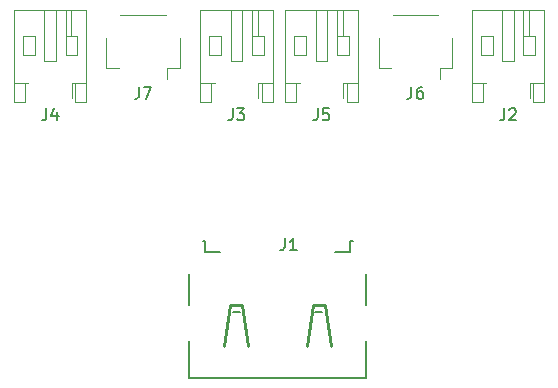
<source format=gbr>
%TF.GenerationSoftware,KiCad,Pcbnew,(6.0.5)*%
%TF.CreationDate,2022-06-06T16:52:35-06:00*%
%TF.ProjectId,15Pin_Fanout,31355069-6e5f-4466-916e-6f75742e6b69,rev?*%
%TF.SameCoordinates,Original*%
%TF.FileFunction,Legend,Top*%
%TF.FilePolarity,Positive*%
%FSLAX46Y46*%
G04 Gerber Fmt 4.6, Leading zero omitted, Abs format (unit mm)*
G04 Created by KiCad (PCBNEW (6.0.5)) date 2022-06-06 16:52:35*
%MOMM*%
%LPD*%
G01*
G04 APERTURE LIST*
%ADD10C,0.150000*%
%ADD11C,0.120000*%
%ADD12C,0.200000*%
%ADD13C,0.254000*%
G04 APERTURE END LIST*
D10*
%TO.C,J3*%
X-3807333Y14747619D02*
X-3807333Y14033333D01*
X-3854952Y13890476D01*
X-3950190Y13795238D01*
X-4093047Y13747619D01*
X-4188285Y13747619D01*
X-3426380Y14747619D02*
X-2807333Y14747619D01*
X-3140666Y14366666D01*
X-2997809Y14366666D01*
X-2902571Y14319047D01*
X-2854952Y14271428D01*
X-2807333Y14176190D01*
X-2807333Y13938095D01*
X-2854952Y13842857D01*
X-2902571Y13795238D01*
X-2997809Y13747619D01*
X-3283523Y13747619D01*
X-3378761Y13795238D01*
X-3426380Y13842857D01*
%TO.C,J5*%
X3392666Y14747619D02*
X3392666Y14033333D01*
X3345047Y13890476D01*
X3249809Y13795238D01*
X3106952Y13747619D01*
X3011714Y13747619D01*
X4345047Y14747619D02*
X3868857Y14747619D01*
X3821238Y14271428D01*
X3868857Y14319047D01*
X3964095Y14366666D01*
X4202190Y14366666D01*
X4297428Y14319047D01*
X4345047Y14271428D01*
X4392666Y14176190D01*
X4392666Y13938095D01*
X4345047Y13842857D01*
X4297428Y13795238D01*
X4202190Y13747619D01*
X3964095Y13747619D01*
X3868857Y13795238D01*
X3821238Y13842857D01*
%TO.C,J6*%
X11342666Y16567619D02*
X11342666Y15853333D01*
X11295047Y15710476D01*
X11199809Y15615238D01*
X11056952Y15567619D01*
X10961714Y15567619D01*
X12247428Y16567619D02*
X12056952Y16567619D01*
X11961714Y16520000D01*
X11914095Y16472380D01*
X11818857Y16329523D01*
X11771238Y16139047D01*
X11771238Y15758095D01*
X11818857Y15662857D01*
X11866476Y15615238D01*
X11961714Y15567619D01*
X12152190Y15567619D01*
X12247428Y15615238D01*
X12295047Y15662857D01*
X12342666Y15758095D01*
X12342666Y15996190D01*
X12295047Y16091428D01*
X12247428Y16139047D01*
X12152190Y16186666D01*
X11961714Y16186666D01*
X11866476Y16139047D01*
X11818857Y16091428D01*
X11771238Y15996190D01*
%TO.C,J4*%
X-19583333Y14747619D02*
X-19583333Y14033333D01*
X-19630952Y13890476D01*
X-19726190Y13795238D01*
X-19869047Y13747619D01*
X-19964285Y13747619D01*
X-18678571Y14414285D02*
X-18678571Y13747619D01*
X-18916666Y14795238D02*
X-19154761Y14080952D01*
X-18535714Y14080952D01*
%TO.C,J7*%
X-11717333Y16567619D02*
X-11717333Y15853333D01*
X-11764952Y15710476D01*
X-11860190Y15615238D01*
X-12003047Y15567619D01*
X-12098285Y15567619D01*
X-11336380Y16567619D02*
X-10669714Y16567619D01*
X-11098285Y15567619D01*
%TO.C,J2*%
X19192666Y14747619D02*
X19192666Y14033333D01*
X19145047Y13890476D01*
X19049809Y13795238D01*
X18906952Y13747619D01*
X18811714Y13747619D01*
X19621238Y14652380D02*
X19668857Y14700000D01*
X19764095Y14747619D01*
X20002190Y14747619D01*
X20097428Y14700000D01*
X20145047Y14652380D01*
X20192666Y14557142D01*
X20192666Y14461904D01*
X20145047Y14319047D01*
X19573619Y13747619D01*
X20192666Y13747619D01*
%TO.C,J1*%
X621309Y3754619D02*
X621309Y3040333D01*
X573690Y2897476D01*
X478452Y2802238D01*
X335595Y2754619D01*
X240357Y2754619D01*
X1621309Y2754619D02*
X1049880Y2754619D01*
X1335595Y2754619D02*
X1335595Y3754619D01*
X1240357Y3611761D01*
X1145119Y3516523D01*
X1049880Y3468904D01*
D11*
%TO.C,J3*%
X-1334000Y15290000D02*
X-414000Y15290000D01*
X-2174000Y19250000D02*
X-1174000Y19250000D01*
X-6534000Y23110000D02*
X-6534000Y15290000D01*
X-1614000Y16890000D02*
X-1334000Y16890000D01*
X-4774000Y19250000D02*
X-5774000Y19250000D01*
X-1614000Y16890000D02*
X-1614000Y15675000D01*
X-3974000Y18750000D02*
X-3974000Y23110000D01*
X-5774000Y20850000D02*
X-4774000Y20850000D01*
X-2974000Y18750000D02*
X-3974000Y18750000D01*
X-2174000Y20850000D02*
X-2174000Y19250000D01*
X-4774000Y20850000D02*
X-4774000Y19250000D01*
X-1174000Y19250000D02*
X-1174000Y20850000D01*
X-1334000Y16890000D02*
X-1334000Y15290000D01*
X-414000Y16890000D02*
X-1334000Y16890000D01*
X-5614000Y15290000D02*
X-5614000Y16890000D01*
X-5774000Y19250000D02*
X-5774000Y20850000D01*
X-5614000Y16890000D02*
X-5334000Y16890000D01*
X-1174000Y20850000D02*
X-2174000Y20850000D01*
X-6534000Y16890000D02*
X-5614000Y16890000D01*
X-1674000Y20850000D02*
X-1674000Y23110000D01*
X-414000Y23110000D02*
X-6534000Y23110000D01*
X-2174000Y20850000D02*
X-2174000Y23110000D01*
X-414000Y15290000D02*
X-414000Y23110000D01*
X-2974000Y23110000D02*
X-2974000Y18750000D01*
X-6534000Y15290000D02*
X-5614000Y15290000D01*
%TO.C,J5*%
X666000Y23110000D02*
X666000Y15290000D01*
X1426000Y19250000D02*
X1426000Y20850000D01*
X5866000Y16890000D02*
X5866000Y15290000D01*
X4226000Y23110000D02*
X4226000Y18750000D01*
X6786000Y23110000D02*
X666000Y23110000D01*
X2426000Y19250000D02*
X1426000Y19250000D01*
X6026000Y19250000D02*
X6026000Y20850000D01*
X666000Y16890000D02*
X1586000Y16890000D01*
X1426000Y20850000D02*
X2426000Y20850000D01*
X5026000Y19250000D02*
X6026000Y19250000D01*
X5586000Y16890000D02*
X5586000Y15675000D01*
X5526000Y20850000D02*
X5526000Y23110000D01*
X5026000Y20850000D02*
X5026000Y23110000D01*
X5586000Y16890000D02*
X5866000Y16890000D01*
X4226000Y18750000D02*
X3226000Y18750000D01*
X6026000Y20850000D02*
X5026000Y20850000D01*
X6786000Y15290000D02*
X6786000Y23110000D01*
X1586000Y16890000D02*
X1866000Y16890000D01*
X1586000Y15290000D02*
X1586000Y16890000D01*
X5026000Y20850000D02*
X5026000Y19250000D01*
X6786000Y16890000D02*
X5866000Y16890000D01*
X666000Y15290000D02*
X1586000Y15290000D01*
X2426000Y20850000D02*
X2426000Y19250000D01*
X5866000Y15290000D02*
X6786000Y15290000D01*
X3226000Y18750000D02*
X3226000Y23110000D01*
%TO.C,J6*%
X13736000Y18215000D02*
X13736000Y17225000D01*
X14786000Y20715000D02*
X14786000Y18215000D01*
X14786000Y18215000D02*
X13736000Y18215000D01*
X13616000Y22685000D02*
X9736000Y22685000D01*
X8566000Y18215000D02*
X9616000Y18215000D01*
X8566000Y20715000D02*
X8566000Y18215000D01*
%TO.C,J4*%
X-16190000Y16890000D02*
X-17110000Y16890000D01*
X-17390000Y16890000D02*
X-17110000Y16890000D01*
X-18750000Y18750000D02*
X-19750000Y18750000D01*
X-20550000Y19250000D02*
X-21550000Y19250000D01*
X-17110000Y15290000D02*
X-16190000Y15290000D01*
X-22310000Y23110000D02*
X-22310000Y15290000D01*
X-22310000Y15290000D02*
X-21390000Y15290000D01*
X-21550000Y20850000D02*
X-20550000Y20850000D01*
X-16950000Y20850000D02*
X-17950000Y20850000D01*
X-18750000Y23110000D02*
X-18750000Y18750000D01*
X-17950000Y20850000D02*
X-17950000Y23110000D01*
X-21550000Y19250000D02*
X-21550000Y20850000D01*
X-17950000Y20850000D02*
X-17950000Y19250000D01*
X-21390000Y15290000D02*
X-21390000Y16890000D01*
X-20550000Y20850000D02*
X-20550000Y19250000D01*
X-17110000Y16890000D02*
X-17110000Y15290000D01*
X-17950000Y19250000D02*
X-16950000Y19250000D01*
X-16190000Y23110000D02*
X-22310000Y23110000D01*
X-17450000Y20850000D02*
X-17450000Y23110000D01*
X-22310000Y16890000D02*
X-21390000Y16890000D01*
X-17390000Y16890000D02*
X-17390000Y15675000D01*
X-16950000Y19250000D02*
X-16950000Y20850000D01*
X-16190000Y15290000D02*
X-16190000Y23110000D01*
X-21390000Y16890000D02*
X-21110000Y16890000D01*
X-19750000Y18750000D02*
X-19750000Y23110000D01*
%TO.C,J7*%
X-14494000Y18215000D02*
X-13444000Y18215000D01*
X-9324000Y18215000D02*
X-9324000Y17225000D01*
X-8274000Y18215000D02*
X-9324000Y18215000D01*
X-9444000Y22685000D02*
X-13324000Y22685000D01*
X-8274000Y20715000D02*
X-8274000Y18215000D01*
X-14494000Y20715000D02*
X-14494000Y18215000D01*
%TO.C,J2*%
X18226000Y20850000D02*
X18226000Y19250000D01*
X21386000Y16890000D02*
X21666000Y16890000D01*
X17226000Y20850000D02*
X18226000Y20850000D01*
X20026000Y18750000D02*
X19026000Y18750000D01*
X20826000Y20850000D02*
X20826000Y23110000D01*
X17226000Y19250000D02*
X17226000Y20850000D01*
X18226000Y19250000D02*
X17226000Y19250000D01*
X16466000Y23110000D02*
X16466000Y15290000D01*
X16466000Y15290000D02*
X17386000Y15290000D01*
X20826000Y19250000D02*
X21826000Y19250000D01*
X21666000Y15290000D02*
X22586000Y15290000D01*
X21386000Y16890000D02*
X21386000Y15675000D01*
X21666000Y16890000D02*
X21666000Y15290000D01*
X19026000Y18750000D02*
X19026000Y23110000D01*
X22586000Y16890000D02*
X21666000Y16890000D01*
X16466000Y16890000D02*
X17386000Y16890000D01*
X20826000Y20850000D02*
X20826000Y19250000D01*
X21326000Y20850000D02*
X21326000Y23110000D01*
X22586000Y15290000D02*
X22586000Y23110000D01*
X21826000Y19250000D02*
X21826000Y20850000D01*
X21826000Y20850000D02*
X20826000Y20850000D01*
X22586000Y23110000D02*
X16466000Y23110000D01*
X17386000Y15290000D02*
X17386000Y16890000D01*
X17386000Y16890000D02*
X17666000Y16890000D01*
X20026000Y23110000D02*
X20026000Y18750000D01*
D12*
%TO.C,J1*%
X-6350000Y3557000D02*
X-6107000Y3557000D01*
D13*
X-2500000Y-5404000D02*
X-3000000Y-1904000D01*
D12*
X-6107000Y3545000D02*
X-6120000Y3545000D01*
D13*
X-4000000Y-1904000D02*
X-4500000Y-5404000D01*
D12*
X-6107000Y3557000D02*
X-6107000Y3545000D01*
X6145000Y2575000D02*
X6145000Y3563000D01*
X6352000Y3563000D02*
X6352000Y3556000D01*
X-7500000Y-8036000D02*
X7500000Y-8036000D01*
X-6120000Y3545000D02*
X-6120000Y2592000D01*
D13*
X2500000Y-5404000D02*
X3000000Y-1904000D01*
D12*
X7500000Y-1876000D02*
X7500000Y743000D01*
D13*
X3000000Y-1904000D02*
X4000000Y-1904000D01*
D12*
X-6120000Y2592000D02*
X-4837000Y2592000D01*
X-3200000Y-2504000D02*
X-3800000Y-2504000D01*
X6145000Y3563000D02*
X6352000Y3563000D01*
D13*
X4000000Y-1904000D02*
X4500000Y-5404000D01*
D12*
X3200000Y-2504000D02*
X3800000Y-2504000D01*
X-7500000Y-8036000D02*
X-7500000Y-4917000D01*
X4830000Y2565000D02*
X6080000Y2565000D01*
X6080000Y2565000D02*
X6080000Y2575000D01*
X7500000Y-8036000D02*
X7500000Y-4917000D01*
X6080000Y2575000D02*
X6145000Y2575000D01*
X-7500000Y-1875000D02*
X-7500000Y743000D01*
D13*
X-3000000Y-1904000D02*
X-4000000Y-1904000D01*
%TD*%
M02*

</source>
